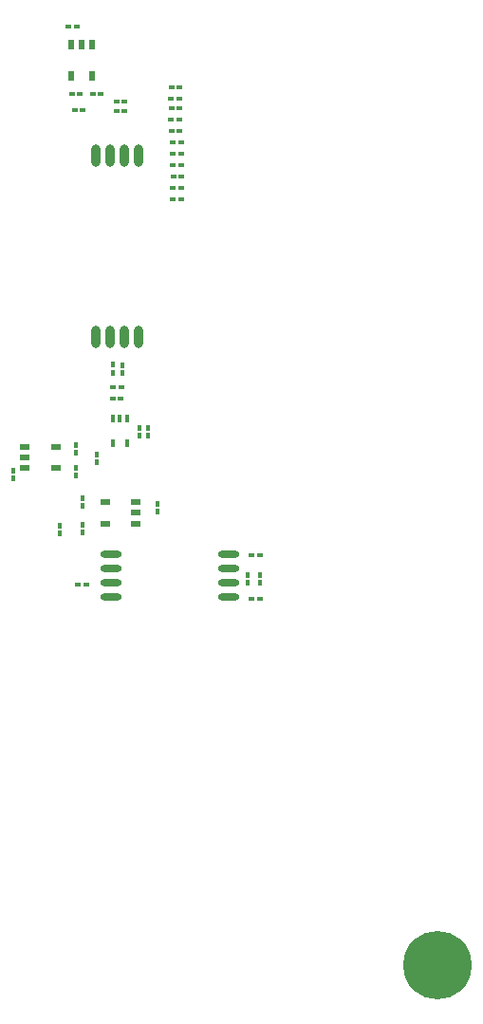
<source format=gbp>
G04*
G04 #@! TF.GenerationSoftware,Altium Limited,Altium Designer,23.4.1 (23)*
G04*
G04 Layer_Color=128*
%FSLAX44Y44*%
%MOMM*%
G71*
G04*
G04 #@! TF.SameCoordinates,4F8EF9B8-0785-460B-A287-326F995E0807*
G04*
G04*
G04 #@! TF.FilePolarity,Positive*
G04*
G01*
G75*
%ADD17R,0.5000X0.3000*%
%ADD18R,0.6000X0.9500*%
%ADD19R,0.9500X0.6000*%
%ADD20R,0.3000X0.5000*%
%ADD56O,1.9500X0.6000*%
%ADD57C,6.0960*%
%ADD58R,0.4000X0.8000*%
%ADD59O,0.8000X2.0000*%
D17*
X1120480Y1604010D02*
D03*
X1121100Y1614170D02*
D03*
X1166170Y1882140D02*
D03*
X1123950Y1869440D02*
D03*
X1123980Y1860550D02*
D03*
X1086810Y1861820D02*
D03*
X1244910Y1464930D02*
D03*
X1174440Y1781810D02*
D03*
X1173170Y1882140D02*
D03*
X1172860Y1871980D02*
D03*
X1116950Y1869440D02*
D03*
X1116980Y1860550D02*
D03*
X1081394Y1936546D02*
D03*
X1103010Y1875790D02*
D03*
X1084580Y1875790D02*
D03*
X1096010Y1875790D02*
D03*
X1079810Y1861820D02*
D03*
X1113480Y1604010D02*
D03*
X1114100Y1614170D02*
D03*
X1074394Y1936546D02*
D03*
X1082970Y1438570D02*
D03*
X1237910Y1425560D02*
D03*
Y1464930D02*
D03*
X1244910Y1425560D02*
D03*
X1165860Y1871980D02*
D03*
X1166480Y1863090D02*
D03*
X1173480D02*
D03*
X1172860Y1852930D02*
D03*
X1165860D02*
D03*
X1166480Y1842770D02*
D03*
X1173480D02*
D03*
X1174440Y1832610D02*
D03*
X1167440Y1822450D02*
D03*
X1167440Y1832610D02*
D03*
X1174440Y1822450D02*
D03*
X1174440Y1812290D02*
D03*
X1077580Y1875790D02*
D03*
X1167750Y1802130D02*
D03*
X1167440Y1812290D02*
D03*
X1174750Y1802130D02*
D03*
X1174440Y1791970D02*
D03*
X1167440D02*
D03*
Y1781810D02*
D03*
X1089970Y1438570D02*
D03*
D18*
X1085850Y1920020D02*
D03*
X1095350D02*
D03*
X1076350D02*
D03*
Y1892520D02*
D03*
X1095350D02*
D03*
D19*
X1035490Y1551930D02*
D03*
X1134510Y1502410D02*
D03*
X1035490Y1561430D02*
D03*
Y1542430D02*
D03*
X1134510Y1511910D02*
D03*
Y1492910D02*
D03*
X1062990Y1542430D02*
D03*
X1107010Y1511910D02*
D03*
Y1492910D02*
D03*
X1062990Y1561430D02*
D03*
D20*
X1145540Y1577990D02*
D03*
Y1570990D02*
D03*
X1080770Y1562750D02*
D03*
X1086470Y1484630D02*
D03*
X1099820Y1547170D02*
D03*
X1024890Y1532890D02*
D03*
X1153780Y1503370D02*
D03*
X1066150Y1483670D02*
D03*
X1245220Y1447150D02*
D03*
X1099820Y1554170D02*
D03*
X1080770Y1555750D02*
D03*
X1080770Y1535740D02*
D03*
X1137920Y1571300D02*
D03*
X1066150Y1490670D02*
D03*
X1086470Y1491630D02*
D03*
Y1508760D02*
D03*
X1137920Y1578300D02*
D03*
X1122680Y1627180D02*
D03*
X1113790Y1627490D02*
D03*
X1024890Y1539890D02*
D03*
X1153780Y1510370D02*
D03*
X1245220Y1440150D02*
D03*
X1080770Y1542740D02*
D03*
X1113790Y1634490D02*
D03*
X1122680Y1634180D02*
D03*
X1086470Y1515760D02*
D03*
X1233790Y1447150D02*
D03*
Y1440150D02*
D03*
D56*
X1217090Y1465580D02*
D03*
Y1452880D02*
D03*
Y1440180D02*
D03*
Y1427480D02*
D03*
X1112090Y1465580D02*
D03*
Y1452880D02*
D03*
Y1440180D02*
D03*
Y1427480D02*
D03*
D57*
X1403350Y1098550D02*
D03*
D58*
X1120140Y1586230D02*
D03*
X1113640Y1564730D02*
D03*
X1126640D02*
D03*
Y1586230D02*
D03*
X1113640D02*
D03*
D59*
X1136990Y1658900D02*
D03*
Y1820900D02*
D03*
X1124290D02*
D03*
X1111590D02*
D03*
X1098890Y1658900D02*
D03*
Y1820900D02*
D03*
X1111590Y1658900D02*
D03*
X1124290D02*
D03*
M02*

</source>
